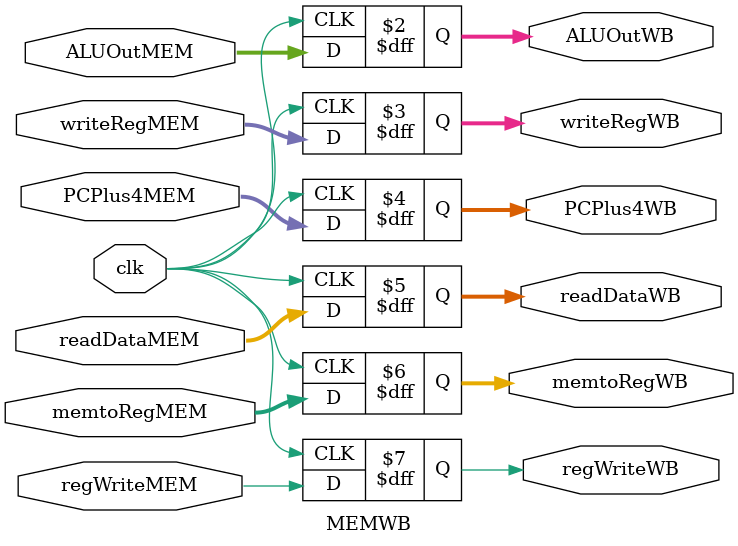
<source format=v>
module MEMWB(
    input clk,
    // Pipeline Reg
    input [31:0] ALUOutMEM,
    input [4:0] writeRegMEM,
    input [31:0] PCPlus4MEM,
    input [31:0] readDataMEM, // Data Memory Output

    output reg [31:0] ALUOutWB,
    output reg [4:0] writeRegWB,
    output reg [31:0] PCPlus4WB,
    output reg [31:0] readDataWB,
    
    // Pipeline Ctrl
    input [1:0] memtoRegMEM, 
    input regWriteMEM,

    output reg [1:0] memtoRegWB,    
    output reg regWriteWB
);
  
    always @(posedge clk) begin
        ALUOutWB <= ALUOutMEM;
        writeRegWB <= writeRegMEM;
        PCPlus4WB <= PCPlus4MEM;
        readDataWB <= readDataMEM;

        memtoRegWB <= memtoRegMEM;
        regWriteWB <= regWriteMEM;
    end

endmodule

</source>
